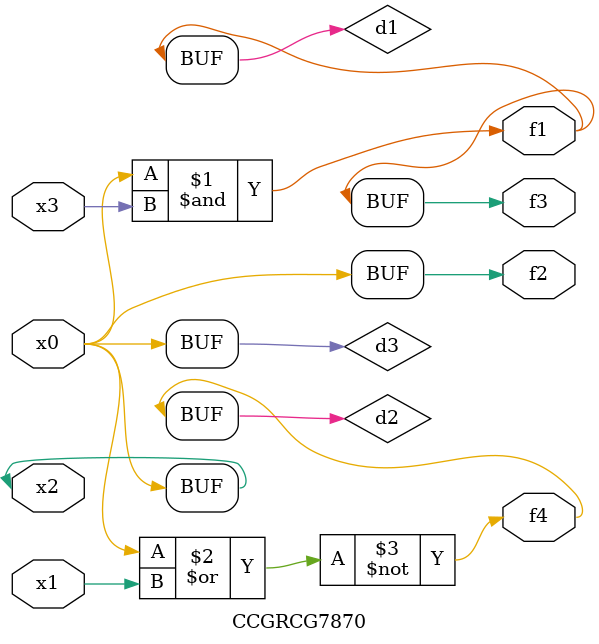
<source format=v>
module CCGRCG7870(
	input x0, x1, x2, x3,
	output f1, f2, f3, f4
);

	wire d1, d2, d3;

	and (d1, x2, x3);
	nor (d2, x0, x1);
	buf (d3, x0, x2);
	assign f1 = d1;
	assign f2 = d3;
	assign f3 = d1;
	assign f4 = d2;
endmodule

</source>
